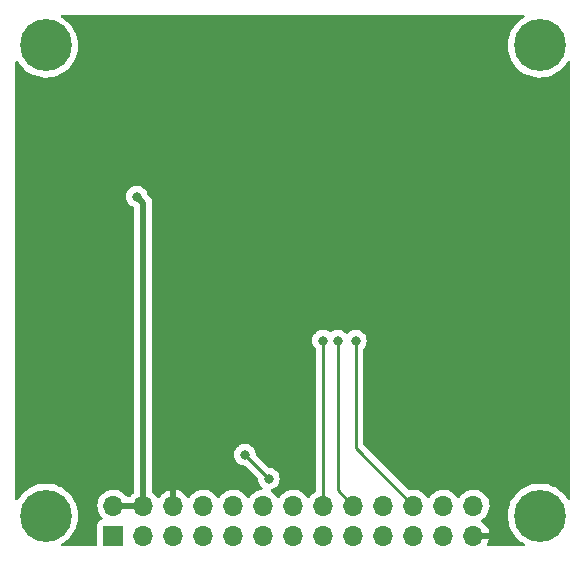
<source format=gbl>
G04 #@! TF.GenerationSoftware,KiCad,Pcbnew,6.0.11*
G04 #@! TF.CreationDate,2025-10-20T22:47:59+03:00*
G04 #@! TF.ProjectId,rns-gate,726e732d-6761-4746-952e-6b696361645f,rev?*
G04 #@! TF.SameCoordinates,Original*
G04 #@! TF.FileFunction,Copper,L2,Bot*
G04 #@! TF.FilePolarity,Positive*
%FSLAX46Y46*%
G04 Gerber Fmt 4.6, Leading zero omitted, Abs format (unit mm)*
G04 Created by KiCad (PCBNEW 6.0.11) date 2025-10-20 22:47:59*
%MOMM*%
%LPD*%
G01*
G04 APERTURE LIST*
G04 #@! TA.AperFunction,ComponentPad*
%ADD10R,1.700000X1.700000*%
G04 #@! TD*
G04 #@! TA.AperFunction,ComponentPad*
%ADD11O,1.700000X1.700000*%
G04 #@! TD*
G04 #@! TA.AperFunction,ComponentPad*
%ADD12C,0.700000*%
G04 #@! TD*
G04 #@! TA.AperFunction,ComponentPad*
%ADD13C,4.400000*%
G04 #@! TD*
G04 #@! TA.AperFunction,ViaPad*
%ADD14C,0.800000*%
G04 #@! TD*
G04 #@! TA.AperFunction,Conductor*
%ADD15C,0.500000*%
G04 #@! TD*
G04 #@! TA.AperFunction,Conductor*
%ADD16C,0.250000*%
G04 #@! TD*
G04 APERTURE END LIST*
D10*
G04 #@! TO.P,J2,1,Pin_1*
G04 #@! TO.N,unconnected-(J2-Pad1)*
X170708000Y-95410000D03*
D11*
G04 #@! TO.P,J2,2,Pin_2*
G04 #@! TO.N,+5V*
X170708000Y-92870000D03*
G04 #@! TO.P,J2,3,Pin_3*
G04 #@! TO.N,/DIO1*
X173248000Y-95410000D03*
G04 #@! TO.P,J2,4,Pin_4*
G04 #@! TO.N,+5V*
X173248000Y-92870000D03*
G04 #@! TO.P,J2,5,Pin_5*
G04 #@! TO.N,/BUSY*
X175788000Y-95410000D03*
G04 #@! TO.P,J2,6,Pin_6*
G04 #@! TO.N,GND*
X175788000Y-92870000D03*
G04 #@! TO.P,J2,7,Pin_7*
G04 #@! TO.N,/NRST*
X178328000Y-95410000D03*
G04 #@! TO.P,J2,8,Pin_8*
G04 #@! TO.N,unconnected-(J2-Pad8)*
X178328000Y-92870000D03*
G04 #@! TO.P,J2,9,Pin_9*
G04 #@! TO.N,unconnected-(J2-Pad9)*
X180868000Y-95410000D03*
G04 #@! TO.P,J2,10,Pin_10*
G04 #@! TO.N,unconnected-(J2-Pad10)*
X180868000Y-92870000D03*
G04 #@! TO.P,J2,11,Pin_11*
G04 #@! TO.N,unconnected-(J2-Pad11)*
X183408000Y-95410000D03*
G04 #@! TO.P,J2,12,Pin_12*
G04 #@! TO.N,unconnected-(J2-Pad12)*
X183408000Y-92870000D03*
G04 #@! TO.P,J2,13,Pin_13*
G04 #@! TO.N,unconnected-(J2-Pad13)*
X185948000Y-95410000D03*
G04 #@! TO.P,J2,14,Pin_14*
G04 #@! TO.N,unconnected-(J2-Pad14)*
X185948000Y-92870000D03*
G04 #@! TO.P,J2,15,Pin_15*
G04 #@! TO.N,unconnected-(J2-Pad15)*
X188488000Y-95410000D03*
G04 #@! TO.P,J2,16,Pin_16*
G04 #@! TO.N,/DIO2*
X188488000Y-92870000D03*
G04 #@! TO.P,J2,17,Pin_17*
G04 #@! TO.N,unconnected-(J2-Pad17)*
X191028000Y-95410000D03*
G04 #@! TO.P,J2,18,Pin_18*
G04 #@! TO.N,/TXEN*
X191028000Y-92870000D03*
G04 #@! TO.P,J2,19,Pin_19*
G04 #@! TO.N,/MOSI*
X193568000Y-95410000D03*
G04 #@! TO.P,J2,20,Pin_20*
G04 #@! TO.N,unconnected-(J2-Pad20)*
X193568000Y-92870000D03*
G04 #@! TO.P,J2,21,Pin_21*
G04 #@! TO.N,/MISO*
X196108000Y-95410000D03*
G04 #@! TO.P,J2,22,Pin_22*
G04 #@! TO.N,/RXEN*
X196108000Y-92870000D03*
G04 #@! TO.P,J2,23,Pin_23*
G04 #@! TO.N,/SCK*
X198648000Y-95410000D03*
G04 #@! TO.P,J2,24,Pin_24*
G04 #@! TO.N,/NSS*
X198648000Y-92870000D03*
G04 #@! TO.P,J2,25,Pin_25*
G04 #@! TO.N,GND*
X201188000Y-95410000D03*
G04 #@! TO.P,J2,26,Pin_26*
G04 #@! TO.N,unconnected-(J2-Pad26)*
X201188000Y-92870000D03*
G04 #@! TD*
D12*
G04 #@! TO.P,REF1,1*
G04 #@! TO.N,N/C*
X166166726Y-52743274D03*
X165000000Y-55560000D03*
D13*
X165000000Y-53910000D03*
D12*
X163833274Y-55076726D03*
X166650000Y-53910000D03*
X163350000Y-53910000D03*
X163833274Y-52743274D03*
X165000000Y-52260000D03*
X166166726Y-55076726D03*
G04 #@! TD*
G04 #@! TO.P,REF3,1*
G04 #@! TO.N,N/C*
X166166726Y-92543274D03*
X165000000Y-95360000D03*
X163350000Y-93710000D03*
X166166726Y-94876726D03*
X165000000Y-92060000D03*
X163833274Y-92543274D03*
X166650000Y-93710000D03*
X163833274Y-94876726D03*
D13*
X165000000Y-93710000D03*
G04 #@! TD*
D12*
G04 #@! TO.P,REF2,1*
G04 #@! TO.N,N/C*
X208450000Y-53910000D03*
X206800000Y-55560000D03*
X207966726Y-52743274D03*
X206800000Y-52260000D03*
D13*
X206800000Y-53910000D03*
D12*
X205150000Y-53910000D03*
X205633274Y-52743274D03*
X207966726Y-55076726D03*
X205633274Y-55076726D03*
G04 #@! TD*
G04 #@! TO.P,REF4,1*
G04 #@! TO.N,N/C*
X205633274Y-94876726D03*
X207966726Y-92543274D03*
X206800000Y-92060000D03*
X208450000Y-93710000D03*
X205150000Y-93710000D03*
X205633274Y-92543274D03*
X206800000Y-95360000D03*
D13*
X206800000Y-93710000D03*
D12*
X207966726Y-94876726D03*
G04 #@! TD*
D14*
G04 #@! TO.N,+5V*
X172692000Y-66700400D03*
G04 #@! TO.N,/MOSI*
X181836000Y-88544400D03*
X183868000Y-90576400D03*
G04 #@! TO.N,/RXEN*
X191234000Y-78892400D03*
G04 #@! TO.N,/TXEN*
X189710000Y-78892400D03*
G04 #@! TO.N,/DIO2*
X188440000Y-78892400D03*
G04 #@! TD*
D15*
G04 #@! TO.N,+5V*
X172692000Y-66700400D02*
X173248000Y-67256400D01*
X170708000Y-92870000D02*
X173248000Y-92870000D01*
X173248000Y-67256400D02*
X173248000Y-92870000D01*
D16*
G04 #@! TO.N,/MOSI*
X183868000Y-90576400D02*
X181836000Y-88544400D01*
G04 #@! TO.N,/RXEN*
X191234000Y-87996000D02*
X196108000Y-92870000D01*
X191234000Y-78892400D02*
X191234000Y-87996000D01*
G04 #@! TO.N,/TXEN*
X191028000Y-92870000D02*
X189710000Y-91552000D01*
X189710000Y-91552000D02*
X189710000Y-78892400D01*
G04 #@! TO.N,/DIO2*
X188488000Y-92870000D02*
X188488000Y-78940400D01*
X188488000Y-78940400D02*
X188440000Y-78892400D01*
G04 #@! TD*
G04 #@! TA.AperFunction,Conductor*
G04 #@! TO.N,GND*
G36*
X205468402Y-51338502D02*
G01*
X205514895Y-51392158D01*
X205524999Y-51462432D01*
X205495505Y-51527012D01*
X205464704Y-51552785D01*
X205278074Y-51663817D01*
X205278068Y-51663821D01*
X205274814Y-51665757D01*
X205016244Y-51865243D01*
X204783513Y-52094347D01*
X204781149Y-52097314D01*
X204781146Y-52097317D01*
X204764220Y-52118558D01*
X204579991Y-52349751D01*
X204408626Y-52627757D01*
X204271902Y-52924336D01*
X204270741Y-52927940D01*
X204270741Y-52927941D01*
X204262196Y-52954477D01*
X204171797Y-53235192D01*
X204171079Y-53238903D01*
X204171078Y-53238907D01*
X204110482Y-53552105D01*
X204110481Y-53552114D01*
X204109763Y-53555824D01*
X204086698Y-53881585D01*
X204102936Y-54207759D01*
X204103577Y-54211490D01*
X204103578Y-54211498D01*
X204118109Y-54296060D01*
X204158241Y-54529619D01*
X204251814Y-54842504D01*
X204382297Y-55141881D01*
X204384220Y-55145152D01*
X204384222Y-55145156D01*
X204424680Y-55213977D01*
X204547802Y-55423414D01*
X204550103Y-55426429D01*
X204743631Y-55680012D01*
X204743636Y-55680017D01*
X204745931Y-55683025D01*
X204973814Y-55916953D01*
X205046635Y-55975607D01*
X205225196Y-56119431D01*
X205225201Y-56119435D01*
X205228149Y-56121809D01*
X205505253Y-56294627D01*
X205801112Y-56432903D01*
X206111440Y-56534634D01*
X206431742Y-56598346D01*
X206435514Y-56598633D01*
X206435522Y-56598634D01*
X206753602Y-56622829D01*
X206753607Y-56622829D01*
X206757379Y-56623116D01*
X207083633Y-56608586D01*
X207143425Y-56598634D01*
X207402037Y-56555590D01*
X207402042Y-56555589D01*
X207405778Y-56554967D01*
X207719149Y-56463034D01*
X207722616Y-56461544D01*
X207722620Y-56461543D01*
X208015721Y-56335616D01*
X208015723Y-56335615D01*
X208019205Y-56334119D01*
X208301601Y-56170091D01*
X208562245Y-55973324D01*
X208797363Y-55746670D01*
X209003549Y-55493410D01*
X209158938Y-55247133D01*
X209212205Y-55200194D01*
X209282392Y-55189505D01*
X209347216Y-55218459D01*
X209386096Y-55277864D01*
X209391500Y-55314368D01*
X209391500Y-92309620D01*
X209371498Y-92377741D01*
X209317842Y-92424234D01*
X209247568Y-92434338D01*
X209182988Y-92404844D01*
X209157554Y-92374609D01*
X209070847Y-92230590D01*
X209036226Y-92173084D01*
X209033899Y-92170100D01*
X209033894Y-92170093D01*
X208837726Y-91918558D01*
X208837724Y-91918556D01*
X208835390Y-91915563D01*
X208605070Y-91684034D01*
X208348603Y-91481852D01*
X208069705Y-91311945D01*
X208066261Y-91310379D01*
X208066257Y-91310377D01*
X207934245Y-91250355D01*
X207772414Y-91176775D01*
X207461037Y-91078300D01*
X207243492Y-91037390D01*
X207143809Y-91018645D01*
X207143807Y-91018645D01*
X207140086Y-91017945D01*
X206814208Y-90996586D01*
X206810428Y-90996794D01*
X206810427Y-90996794D01*
X206712897Y-91002162D01*
X206488124Y-91014532D01*
X206484397Y-91015193D01*
X206484393Y-91015193D01*
X206327341Y-91043027D01*
X206166557Y-91071522D01*
X206162941Y-91072624D01*
X206162933Y-91072626D01*
X205857789Y-91165627D01*
X205854167Y-91166731D01*
X205555477Y-91298781D01*
X205471051Y-91349009D01*
X205278074Y-91463817D01*
X205278068Y-91463821D01*
X205274814Y-91465757D01*
X205271812Y-91468073D01*
X205080400Y-91615747D01*
X205016244Y-91665243D01*
X204783513Y-91894347D01*
X204781149Y-91897314D01*
X204781146Y-91897317D01*
X204665366Y-92042612D01*
X204579991Y-92149751D01*
X204408626Y-92427757D01*
X204407037Y-92431204D01*
X204305009Y-92652522D01*
X204271902Y-92724336D01*
X204270741Y-92727940D01*
X204270741Y-92727941D01*
X204262196Y-92754477D01*
X204171797Y-93035192D01*
X204171079Y-93038903D01*
X204171078Y-93038907D01*
X204110482Y-93352105D01*
X204110481Y-93352114D01*
X204109763Y-93355824D01*
X204109496Y-93359600D01*
X204109495Y-93359605D01*
X204087469Y-93670689D01*
X204086698Y-93681585D01*
X204090069Y-93749292D01*
X204101994Y-93988831D01*
X204102936Y-94007759D01*
X204103577Y-94011490D01*
X204103578Y-94011498D01*
X204156881Y-94321703D01*
X204158241Y-94329619D01*
X204159329Y-94333258D01*
X204159330Y-94333261D01*
X204231464Y-94574457D01*
X204251814Y-94642504D01*
X204253327Y-94645975D01*
X204253329Y-94645981D01*
X204305570Y-94765840D01*
X204382297Y-94941881D01*
X204384220Y-94945152D01*
X204384222Y-94945156D01*
X204426584Y-95017215D01*
X204547802Y-95223414D01*
X204550103Y-95226429D01*
X204743631Y-95480012D01*
X204743636Y-95480017D01*
X204745931Y-95483025D01*
X204973814Y-95716953D01*
X205046635Y-95775607D01*
X205225196Y-95919431D01*
X205225201Y-95919435D01*
X205228149Y-95921809D01*
X205308623Y-95971997D01*
X205463501Y-96068588D01*
X205510717Y-96121608D01*
X205521773Y-96191738D01*
X205493159Y-96256713D01*
X205433959Y-96295903D01*
X205396824Y-96301500D01*
X202464260Y-96301500D01*
X202396139Y-96281498D01*
X202349646Y-96227842D01*
X202339542Y-96157568D01*
X202356256Y-96110607D01*
X202358313Y-96107183D01*
X202452670Y-95916267D01*
X202456469Y-95906672D01*
X202518377Y-95702910D01*
X202520555Y-95692837D01*
X202521986Y-95681962D01*
X202519775Y-95667778D01*
X202506617Y-95664000D01*
X201060000Y-95664000D01*
X200991879Y-95643998D01*
X200945386Y-95590342D01*
X200934000Y-95538000D01*
X200934000Y-95282000D01*
X200954002Y-95213879D01*
X201007658Y-95167386D01*
X201060000Y-95156000D01*
X202506344Y-95156000D01*
X202519875Y-95152027D01*
X202521180Y-95142947D01*
X202479214Y-94975875D01*
X202475894Y-94966124D01*
X202390972Y-94770814D01*
X202386105Y-94761739D01*
X202270426Y-94582926D01*
X202264136Y-94574757D01*
X202120806Y-94417240D01*
X202113273Y-94410215D01*
X201946139Y-94278222D01*
X201937556Y-94272520D01*
X201900602Y-94252120D01*
X201850631Y-94201687D01*
X201835859Y-94132245D01*
X201860975Y-94065839D01*
X201888327Y-94039232D01*
X201937764Y-94003969D01*
X202067860Y-93911173D01*
X202226096Y-93753489D01*
X202248327Y-93722552D01*
X202353435Y-93576277D01*
X202356453Y-93572077D01*
X202369995Y-93544678D01*
X202453136Y-93376453D01*
X202453137Y-93376451D01*
X202455430Y-93371811D01*
X202520370Y-93158069D01*
X202549529Y-92936590D01*
X202551156Y-92870000D01*
X202532852Y-92647361D01*
X202478431Y-92430702D01*
X202389354Y-92225840D01*
X202315384Y-92111500D01*
X202270822Y-92042617D01*
X202270818Y-92042612D01*
X202268014Y-92038277D01*
X202117670Y-91873051D01*
X202113619Y-91869852D01*
X202113615Y-91869848D01*
X201946414Y-91737800D01*
X201946410Y-91737798D01*
X201942359Y-91734598D01*
X201906028Y-91714542D01*
X201850762Y-91684034D01*
X201746789Y-91626638D01*
X201741920Y-91624914D01*
X201741916Y-91624912D01*
X201541087Y-91553795D01*
X201541083Y-91553794D01*
X201536212Y-91552069D01*
X201531119Y-91551162D01*
X201531116Y-91551161D01*
X201321373Y-91513800D01*
X201321367Y-91513799D01*
X201316284Y-91512894D01*
X201242452Y-91511992D01*
X201098081Y-91510228D01*
X201098079Y-91510228D01*
X201092911Y-91510165D01*
X200872091Y-91543955D01*
X200659756Y-91613357D01*
X200461607Y-91716507D01*
X200457474Y-91719610D01*
X200457471Y-91719612D01*
X200432685Y-91738222D01*
X200282965Y-91850635D01*
X200128629Y-92012138D01*
X200021201Y-92169621D01*
X199966293Y-92214621D01*
X199895768Y-92222792D01*
X199832021Y-92191538D01*
X199811324Y-92167054D01*
X199730822Y-92042617D01*
X199730818Y-92042612D01*
X199728014Y-92038277D01*
X199577670Y-91873051D01*
X199573619Y-91869852D01*
X199573615Y-91869848D01*
X199406414Y-91737800D01*
X199406410Y-91737798D01*
X199402359Y-91734598D01*
X199366028Y-91714542D01*
X199310762Y-91684034D01*
X199206789Y-91626638D01*
X199201920Y-91624914D01*
X199201916Y-91624912D01*
X199001087Y-91553795D01*
X199001083Y-91553794D01*
X198996212Y-91552069D01*
X198991119Y-91551162D01*
X198991116Y-91551161D01*
X198781373Y-91513800D01*
X198781367Y-91513799D01*
X198776284Y-91512894D01*
X198702452Y-91511992D01*
X198558081Y-91510228D01*
X198558079Y-91510228D01*
X198552911Y-91510165D01*
X198332091Y-91543955D01*
X198119756Y-91613357D01*
X197921607Y-91716507D01*
X197917474Y-91719610D01*
X197917471Y-91719612D01*
X197892685Y-91738222D01*
X197742965Y-91850635D01*
X197588629Y-92012138D01*
X197481201Y-92169621D01*
X197426293Y-92214621D01*
X197355768Y-92222792D01*
X197292021Y-92191538D01*
X197271324Y-92167054D01*
X197190822Y-92042617D01*
X197190818Y-92042612D01*
X197188014Y-92038277D01*
X197037670Y-91873051D01*
X197033619Y-91869852D01*
X197033615Y-91869848D01*
X196866414Y-91737800D01*
X196866410Y-91737798D01*
X196862359Y-91734598D01*
X196826028Y-91714542D01*
X196770762Y-91684034D01*
X196666789Y-91626638D01*
X196661920Y-91624914D01*
X196661916Y-91624912D01*
X196461087Y-91553795D01*
X196461083Y-91553794D01*
X196456212Y-91552069D01*
X196451119Y-91551162D01*
X196451116Y-91551161D01*
X196241373Y-91513800D01*
X196241367Y-91513799D01*
X196236284Y-91512894D01*
X196162452Y-91511992D01*
X196018081Y-91510228D01*
X196018079Y-91510228D01*
X196012911Y-91510165D01*
X195792091Y-91543955D01*
X195779532Y-91548060D01*
X195708568Y-91550210D01*
X195651294Y-91517389D01*
X191904405Y-87770500D01*
X191870379Y-87708188D01*
X191867500Y-87681405D01*
X191867500Y-79594924D01*
X191887502Y-79526803D01*
X191899858Y-79510621D01*
X191973040Y-79429344D01*
X192068527Y-79263956D01*
X192127542Y-79082328D01*
X192147504Y-78892400D01*
X192127542Y-78702472D01*
X192068527Y-78520844D01*
X191973040Y-78355456D01*
X191934678Y-78312850D01*
X191849675Y-78218445D01*
X191849671Y-78218441D01*
X191845253Y-78213534D01*
X191690752Y-78101282D01*
X191684724Y-78098598D01*
X191684722Y-78098597D01*
X191522319Y-78026291D01*
X191522318Y-78026291D01*
X191516288Y-78023606D01*
X191422887Y-78003753D01*
X191335944Y-77985272D01*
X191335939Y-77985272D01*
X191329487Y-77983900D01*
X191138513Y-77983900D01*
X191132061Y-77985272D01*
X191132056Y-77985272D01*
X191045113Y-78003753D01*
X190951712Y-78023606D01*
X190945682Y-78026291D01*
X190945681Y-78026291D01*
X190783278Y-78098597D01*
X190783276Y-78098598D01*
X190777248Y-78101282D01*
X190622747Y-78213534D01*
X190565635Y-78276964D01*
X190505190Y-78314202D01*
X190434206Y-78312850D01*
X190378366Y-78276964D01*
X190321253Y-78213534D01*
X190166752Y-78101282D01*
X190160724Y-78098598D01*
X190160722Y-78098597D01*
X189998319Y-78026291D01*
X189998318Y-78026291D01*
X189992288Y-78023606D01*
X189898887Y-78003753D01*
X189811944Y-77985272D01*
X189811939Y-77985272D01*
X189805487Y-77983900D01*
X189614513Y-77983900D01*
X189608061Y-77985272D01*
X189608056Y-77985272D01*
X189521113Y-78003753D01*
X189427712Y-78023606D01*
X189421682Y-78026291D01*
X189421681Y-78026291D01*
X189259278Y-78098597D01*
X189259276Y-78098598D01*
X189253248Y-78101282D01*
X189149060Y-78176979D01*
X189082194Y-78200837D01*
X189013042Y-78184757D01*
X189000944Y-78176982D01*
X188896752Y-78101282D01*
X188890724Y-78098598D01*
X188890722Y-78098597D01*
X188728319Y-78026291D01*
X188728318Y-78026291D01*
X188722288Y-78023606D01*
X188628887Y-78003753D01*
X188541944Y-77985272D01*
X188541939Y-77985272D01*
X188535487Y-77983900D01*
X188344513Y-77983900D01*
X188338061Y-77985272D01*
X188338056Y-77985272D01*
X188251113Y-78003753D01*
X188157712Y-78023606D01*
X188151682Y-78026291D01*
X188151681Y-78026291D01*
X187989278Y-78098597D01*
X187989276Y-78098598D01*
X187983248Y-78101282D01*
X187828747Y-78213534D01*
X187824329Y-78218441D01*
X187824325Y-78218445D01*
X187739323Y-78312850D01*
X187700960Y-78355456D01*
X187605473Y-78520844D01*
X187546458Y-78702472D01*
X187526496Y-78892400D01*
X187546458Y-79082328D01*
X187605473Y-79263956D01*
X187700960Y-79429344D01*
X187705375Y-79434247D01*
X187705379Y-79434252D01*
X187822136Y-79563924D01*
X187852854Y-79627931D01*
X187854500Y-79648234D01*
X187854500Y-91591692D01*
X187834498Y-91659813D01*
X187786683Y-91703453D01*
X187761607Y-91716507D01*
X187757474Y-91719610D01*
X187757471Y-91719612D01*
X187732685Y-91738222D01*
X187582965Y-91850635D01*
X187428629Y-92012138D01*
X187321201Y-92169621D01*
X187266293Y-92214621D01*
X187195768Y-92222792D01*
X187132021Y-92191538D01*
X187111324Y-92167054D01*
X187030822Y-92042617D01*
X187030818Y-92042612D01*
X187028014Y-92038277D01*
X186877670Y-91873051D01*
X186873619Y-91869852D01*
X186873615Y-91869848D01*
X186706414Y-91737800D01*
X186706410Y-91737798D01*
X186702359Y-91734598D01*
X186666028Y-91714542D01*
X186610762Y-91684034D01*
X186506789Y-91626638D01*
X186501920Y-91624914D01*
X186501916Y-91624912D01*
X186301087Y-91553795D01*
X186301083Y-91553794D01*
X186296212Y-91552069D01*
X186291119Y-91551162D01*
X186291116Y-91551161D01*
X186081373Y-91513800D01*
X186081367Y-91513799D01*
X186076284Y-91512894D01*
X186002452Y-91511992D01*
X185858081Y-91510228D01*
X185858079Y-91510228D01*
X185852911Y-91510165D01*
X185632091Y-91543955D01*
X185419756Y-91613357D01*
X185221607Y-91716507D01*
X185217474Y-91719610D01*
X185217471Y-91719612D01*
X185192685Y-91738222D01*
X185042965Y-91850635D01*
X184888629Y-92012138D01*
X184781201Y-92169621D01*
X184726293Y-92214621D01*
X184655768Y-92222792D01*
X184592021Y-92191538D01*
X184571324Y-92167054D01*
X184490822Y-92042617D01*
X184490818Y-92042612D01*
X184488014Y-92038277D01*
X184337670Y-91873051D01*
X184333619Y-91869852D01*
X184333615Y-91869848D01*
X184166414Y-91737800D01*
X184166410Y-91737798D01*
X184162359Y-91734598D01*
X184126028Y-91714542D01*
X184076314Y-91687099D01*
X184026343Y-91636666D01*
X184011571Y-91567224D01*
X184036687Y-91500818D01*
X184093718Y-91458533D01*
X184111010Y-91453544D01*
X184143822Y-91446569D01*
X184143827Y-91446567D01*
X184150288Y-91445194D01*
X184156319Y-91442509D01*
X184318722Y-91370203D01*
X184318724Y-91370202D01*
X184324752Y-91367518D01*
X184350228Y-91349009D01*
X184401241Y-91311945D01*
X184479253Y-91255266D01*
X184607040Y-91113344D01*
X184702527Y-90947956D01*
X184761542Y-90766328D01*
X184781504Y-90576400D01*
X184761542Y-90386472D01*
X184702527Y-90204844D01*
X184607040Y-90039456D01*
X184479253Y-89897534D01*
X184324752Y-89785282D01*
X184318724Y-89782598D01*
X184318722Y-89782597D01*
X184156319Y-89710291D01*
X184156318Y-89710291D01*
X184150288Y-89707606D01*
X184056887Y-89687753D01*
X183969944Y-89669272D01*
X183969939Y-89669272D01*
X183963487Y-89667900D01*
X183907594Y-89667900D01*
X183839473Y-89647898D01*
X183818499Y-89630995D01*
X182783122Y-88595617D01*
X182749096Y-88533305D01*
X182746907Y-88519692D01*
X182741610Y-88469288D01*
X182729542Y-88354472D01*
X182670527Y-88172844D01*
X182664365Y-88162170D01*
X182593746Y-88039856D01*
X182575040Y-88007456D01*
X182517757Y-87943836D01*
X182451675Y-87870445D01*
X182451674Y-87870444D01*
X182447253Y-87865534D01*
X182348157Y-87793536D01*
X182298094Y-87757163D01*
X182298093Y-87757162D01*
X182292752Y-87753282D01*
X182286724Y-87750598D01*
X182286722Y-87750597D01*
X182124319Y-87678291D01*
X182124318Y-87678291D01*
X182118288Y-87675606D01*
X182024888Y-87655753D01*
X181937944Y-87637272D01*
X181937939Y-87637272D01*
X181931487Y-87635900D01*
X181740513Y-87635900D01*
X181734061Y-87637272D01*
X181734056Y-87637272D01*
X181647112Y-87655753D01*
X181553712Y-87675606D01*
X181547682Y-87678291D01*
X181547681Y-87678291D01*
X181385278Y-87750597D01*
X181385276Y-87750598D01*
X181379248Y-87753282D01*
X181373907Y-87757162D01*
X181373906Y-87757163D01*
X181323843Y-87793536D01*
X181224747Y-87865534D01*
X181220326Y-87870444D01*
X181220325Y-87870445D01*
X181154244Y-87943836D01*
X181096960Y-88007456D01*
X181078254Y-88039856D01*
X181007636Y-88162170D01*
X181001473Y-88172844D01*
X180942458Y-88354472D01*
X180922496Y-88544400D01*
X180942458Y-88734328D01*
X181001473Y-88915956D01*
X181096960Y-89081344D01*
X181224747Y-89223266D01*
X181379248Y-89335518D01*
X181385276Y-89338202D01*
X181385278Y-89338203D01*
X181547681Y-89410509D01*
X181553712Y-89413194D01*
X181647113Y-89433047D01*
X181734056Y-89451528D01*
X181734061Y-89451528D01*
X181740513Y-89452900D01*
X181796406Y-89452900D01*
X181864527Y-89472902D01*
X181885501Y-89489805D01*
X182920878Y-90525183D01*
X182954904Y-90587495D01*
X182957093Y-90601106D01*
X182974458Y-90766328D01*
X183033473Y-90947956D01*
X183128960Y-91113344D01*
X183256747Y-91255266D01*
X183269027Y-91264188D01*
X183308390Y-91292787D01*
X183351744Y-91349009D01*
X183357819Y-91419746D01*
X183324687Y-91482537D01*
X183262867Y-91517449D01*
X183253388Y-91519273D01*
X183193853Y-91528383D01*
X183092091Y-91543955D01*
X182879756Y-91613357D01*
X182681607Y-91716507D01*
X182677474Y-91719610D01*
X182677471Y-91719612D01*
X182652685Y-91738222D01*
X182502965Y-91850635D01*
X182348629Y-92012138D01*
X182241201Y-92169621D01*
X182186293Y-92214621D01*
X182115768Y-92222792D01*
X182052021Y-92191538D01*
X182031324Y-92167054D01*
X181950822Y-92042617D01*
X181950818Y-92042612D01*
X181948014Y-92038277D01*
X181797670Y-91873051D01*
X181793619Y-91869852D01*
X181793615Y-91869848D01*
X181626414Y-91737800D01*
X181626410Y-91737798D01*
X181622359Y-91734598D01*
X181586028Y-91714542D01*
X181530762Y-91684034D01*
X181426789Y-91626638D01*
X181421920Y-91624914D01*
X181421916Y-91624912D01*
X181221087Y-91553795D01*
X181221083Y-91553794D01*
X181216212Y-91552069D01*
X181211119Y-91551162D01*
X181211116Y-91551161D01*
X181001373Y-91513800D01*
X181001367Y-91513799D01*
X180996284Y-91512894D01*
X180922452Y-91511992D01*
X180778081Y-91510228D01*
X180778079Y-91510228D01*
X180772911Y-91510165D01*
X180552091Y-91543955D01*
X180339756Y-91613357D01*
X180141607Y-91716507D01*
X180137474Y-91719610D01*
X180137471Y-91719612D01*
X180112685Y-91738222D01*
X179962965Y-91850635D01*
X179808629Y-92012138D01*
X179701201Y-92169621D01*
X179646293Y-92214621D01*
X179575768Y-92222792D01*
X179512021Y-92191538D01*
X179491324Y-92167054D01*
X179410822Y-92042617D01*
X179410818Y-92042612D01*
X179408014Y-92038277D01*
X179257670Y-91873051D01*
X179253619Y-91869852D01*
X179253615Y-91869848D01*
X179086414Y-91737800D01*
X179086410Y-91737798D01*
X179082359Y-91734598D01*
X179046028Y-91714542D01*
X178990762Y-91684034D01*
X178886789Y-91626638D01*
X178881920Y-91624914D01*
X178881916Y-91624912D01*
X178681087Y-91553795D01*
X178681083Y-91553794D01*
X178676212Y-91552069D01*
X178671119Y-91551162D01*
X178671116Y-91551161D01*
X178461373Y-91513800D01*
X178461367Y-91513799D01*
X178456284Y-91512894D01*
X178382452Y-91511992D01*
X178238081Y-91510228D01*
X178238079Y-91510228D01*
X178232911Y-91510165D01*
X178012091Y-91543955D01*
X177799756Y-91613357D01*
X177601607Y-91716507D01*
X177597474Y-91719610D01*
X177597471Y-91719612D01*
X177572685Y-91738222D01*
X177422965Y-91850635D01*
X177268629Y-92012138D01*
X177265720Y-92016403D01*
X177265714Y-92016411D01*
X177214493Y-92091498D01*
X177161204Y-92169618D01*
X177160898Y-92170066D01*
X177105987Y-92215069D01*
X177035462Y-92223240D01*
X176971715Y-92191986D01*
X176951018Y-92167502D01*
X176870426Y-92042926D01*
X176864136Y-92034757D01*
X176720806Y-91877240D01*
X176713273Y-91870215D01*
X176546139Y-91738222D01*
X176537552Y-91732517D01*
X176351117Y-91629599D01*
X176341705Y-91625369D01*
X176140959Y-91554280D01*
X176130988Y-91551646D01*
X176059837Y-91538972D01*
X176046540Y-91540432D01*
X176042000Y-91554989D01*
X176042000Y-92998000D01*
X176021998Y-93066121D01*
X175968342Y-93112614D01*
X175916000Y-93124000D01*
X175660000Y-93124000D01*
X175591879Y-93103998D01*
X175545386Y-93050342D01*
X175534000Y-92998000D01*
X175534000Y-91553102D01*
X175530082Y-91539758D01*
X175515806Y-91537771D01*
X175477324Y-91543660D01*
X175467288Y-91546051D01*
X175264868Y-91612212D01*
X175255359Y-91616209D01*
X175066463Y-91714542D01*
X175057738Y-91720036D01*
X174887433Y-91847905D01*
X174879726Y-91854748D01*
X174732590Y-92008717D01*
X174726109Y-92016722D01*
X174621498Y-92170074D01*
X174566587Y-92215076D01*
X174496062Y-92223247D01*
X174432315Y-92191993D01*
X174411618Y-92167509D01*
X174330822Y-92042617D01*
X174330818Y-92042612D01*
X174328014Y-92038277D01*
X174177670Y-91873051D01*
X174173615Y-91869848D01*
X174054407Y-91775703D01*
X174013345Y-91717785D01*
X174006500Y-91676821D01*
X174006500Y-67323470D01*
X174007933Y-67304520D01*
X174010099Y-67290285D01*
X174010099Y-67290281D01*
X174011199Y-67283051D01*
X174007881Y-67242252D01*
X174006915Y-67230382D01*
X174006500Y-67220167D01*
X174006500Y-67212107D01*
X174003209Y-67183880D01*
X174002778Y-67179521D01*
X173997453Y-67114060D01*
X173996860Y-67106764D01*
X173994605Y-67099803D01*
X173993418Y-67093863D01*
X173992029Y-67087988D01*
X173991182Y-67080719D01*
X173966264Y-67012070D01*
X173964847Y-67007942D01*
X173944607Y-66945464D01*
X173944606Y-66945462D01*
X173942351Y-66938501D01*
X173938555Y-66932246D01*
X173936049Y-66926772D01*
X173933330Y-66921342D01*
X173930833Y-66914463D01*
X173926820Y-66908342D01*
X173890814Y-66853424D01*
X173888467Y-66849705D01*
X173850595Y-66787293D01*
X173843197Y-66778916D01*
X173843224Y-66778892D01*
X173840571Y-66775900D01*
X173837868Y-66772667D01*
X173833856Y-66766548D01*
X173777617Y-66713272D01*
X173775175Y-66710894D01*
X173612125Y-66547844D01*
X173581387Y-66497685D01*
X173528569Y-66335129D01*
X173526527Y-66328844D01*
X173431040Y-66163456D01*
X173303253Y-66021534D01*
X173148752Y-65909282D01*
X173142724Y-65906598D01*
X173142722Y-65906597D01*
X172980319Y-65834291D01*
X172980318Y-65834291D01*
X172974288Y-65831606D01*
X172880888Y-65811753D01*
X172793944Y-65793272D01*
X172793939Y-65793272D01*
X172787487Y-65791900D01*
X172596513Y-65791900D01*
X172590061Y-65793272D01*
X172590056Y-65793272D01*
X172503112Y-65811753D01*
X172409712Y-65831606D01*
X172403682Y-65834291D01*
X172403681Y-65834291D01*
X172241278Y-65906597D01*
X172241276Y-65906598D01*
X172235248Y-65909282D01*
X172080747Y-66021534D01*
X171952960Y-66163456D01*
X171857473Y-66328844D01*
X171798458Y-66510472D01*
X171778496Y-66700400D01*
X171798458Y-66890328D01*
X171857473Y-67071956D01*
X171952960Y-67237344D01*
X172080747Y-67379266D01*
X172235248Y-67491518D01*
X172241276Y-67494202D01*
X172241278Y-67494203D01*
X172409712Y-67569194D01*
X172409069Y-67570639D01*
X172461047Y-67606185D01*
X172488680Y-67671584D01*
X172489500Y-67685938D01*
X172489500Y-91677655D01*
X172469498Y-91745776D01*
X172439153Y-91778415D01*
X172347100Y-91847530D01*
X172342965Y-91850635D01*
X172188629Y-92012138D01*
X172158363Y-92056507D01*
X172103455Y-92101507D01*
X172054277Y-92111500D01*
X171903939Y-92111500D01*
X171835818Y-92091498D01*
X171798147Y-92053941D01*
X171791022Y-92042926D01*
X171788014Y-92038277D01*
X171637670Y-91873051D01*
X171633619Y-91869852D01*
X171633615Y-91869848D01*
X171466414Y-91737800D01*
X171466410Y-91737798D01*
X171462359Y-91734598D01*
X171426028Y-91714542D01*
X171370762Y-91684034D01*
X171266789Y-91626638D01*
X171261920Y-91624914D01*
X171261916Y-91624912D01*
X171061087Y-91553795D01*
X171061083Y-91553794D01*
X171056212Y-91552069D01*
X171051119Y-91551162D01*
X171051116Y-91551161D01*
X170841373Y-91513800D01*
X170841367Y-91513799D01*
X170836284Y-91512894D01*
X170762452Y-91511992D01*
X170618081Y-91510228D01*
X170618079Y-91510228D01*
X170612911Y-91510165D01*
X170392091Y-91543955D01*
X170179756Y-91613357D01*
X169981607Y-91716507D01*
X169977474Y-91719610D01*
X169977471Y-91719612D01*
X169952685Y-91738222D01*
X169802965Y-91850635D01*
X169648629Y-92012138D01*
X169645720Y-92016403D01*
X169645714Y-92016411D01*
X169594493Y-92091498D01*
X169522743Y-92196680D01*
X169507003Y-92230590D01*
X169438698Y-92377741D01*
X169428688Y-92399305D01*
X169368989Y-92614570D01*
X169345251Y-92836695D01*
X169345548Y-92841848D01*
X169345548Y-92841851D01*
X169351011Y-92936590D01*
X169358110Y-93059715D01*
X169359247Y-93064761D01*
X169359248Y-93064767D01*
X169370031Y-93112614D01*
X169407222Y-93277639D01*
X169491266Y-93484616D01*
X169542019Y-93567438D01*
X169605291Y-93670688D01*
X169607987Y-93675088D01*
X169754250Y-93843938D01*
X169758230Y-93847242D01*
X169762981Y-93851187D01*
X169802616Y-93910090D01*
X169804113Y-93981071D01*
X169766997Y-94041593D01*
X169726725Y-94066112D01*
X169657485Y-94092069D01*
X169611295Y-94109385D01*
X169494739Y-94196739D01*
X169407385Y-94313295D01*
X169356255Y-94449684D01*
X169349500Y-94511866D01*
X169349500Y-96175500D01*
X169329498Y-96243621D01*
X169275842Y-96290114D01*
X169223500Y-96301500D01*
X166398826Y-96301500D01*
X166330705Y-96281498D01*
X166284212Y-96227842D01*
X166274108Y-96157568D01*
X166303602Y-96092988D01*
X166335541Y-96066546D01*
X166407729Y-96024616D01*
X166501601Y-95970091D01*
X166762245Y-95773324D01*
X166879804Y-95659997D01*
X166994632Y-95549303D01*
X166994635Y-95549300D01*
X166997363Y-95546670D01*
X167203549Y-95293410D01*
X167377815Y-95017215D01*
X167397401Y-94975875D01*
X167500264Y-94758756D01*
X167517638Y-94722084D01*
X167522501Y-94707509D01*
X167619790Y-94415897D01*
X167619792Y-94415891D01*
X167620992Y-94412293D01*
X167686381Y-94092329D01*
X167687063Y-94083955D01*
X167704798Y-93865899D01*
X167712856Y-93766826D01*
X167713451Y-93710000D01*
X167711582Y-93678990D01*
X167694026Y-93387793D01*
X167694026Y-93387789D01*
X167693798Y-93384015D01*
X167691570Y-93371811D01*
X167635805Y-93066473D01*
X167635804Y-93066469D01*
X167635125Y-93062751D01*
X167627722Y-93038907D01*
X167539404Y-92754477D01*
X167538282Y-92750863D01*
X167404670Y-92452869D01*
X167236226Y-92173084D01*
X167233899Y-92170100D01*
X167233894Y-92170093D01*
X167037726Y-91918558D01*
X167037724Y-91918556D01*
X167035390Y-91915563D01*
X166805070Y-91684034D01*
X166548603Y-91481852D01*
X166269705Y-91311945D01*
X166266261Y-91310379D01*
X166266257Y-91310377D01*
X166134245Y-91250355D01*
X165972414Y-91176775D01*
X165661037Y-91078300D01*
X165443492Y-91037390D01*
X165343809Y-91018645D01*
X165343807Y-91018645D01*
X165340086Y-91017945D01*
X165014208Y-90996586D01*
X165010428Y-90996794D01*
X165010427Y-90996794D01*
X164912897Y-91002162D01*
X164688124Y-91014532D01*
X164684397Y-91015193D01*
X164684393Y-91015193D01*
X164527341Y-91043027D01*
X164366557Y-91071522D01*
X164362941Y-91072624D01*
X164362933Y-91072626D01*
X164057789Y-91165627D01*
X164054167Y-91166731D01*
X163755477Y-91298781D01*
X163671051Y-91349009D01*
X163478074Y-91463817D01*
X163478068Y-91463821D01*
X163474814Y-91465757D01*
X163471812Y-91468073D01*
X163280400Y-91615747D01*
X163216244Y-91665243D01*
X162983513Y-91894347D01*
X162981149Y-91897314D01*
X162981146Y-91897317D01*
X162865366Y-92042612D01*
X162779991Y-92149751D01*
X162739729Y-92215069D01*
X162641760Y-92374004D01*
X162588988Y-92421497D01*
X162518916Y-92432921D01*
X162453793Y-92404647D01*
X162414293Y-92345653D01*
X162408500Y-92307888D01*
X162408500Y-55309201D01*
X162428502Y-55241080D01*
X162482158Y-55194587D01*
X162552432Y-55184483D01*
X162617012Y-55213977D01*
X162643121Y-55245346D01*
X162747802Y-55423414D01*
X162750103Y-55426429D01*
X162943631Y-55680012D01*
X162943636Y-55680017D01*
X162945931Y-55683025D01*
X163173814Y-55916953D01*
X163246635Y-55975607D01*
X163425196Y-56119431D01*
X163425201Y-56119435D01*
X163428149Y-56121809D01*
X163705253Y-56294627D01*
X164001112Y-56432903D01*
X164311440Y-56534634D01*
X164631742Y-56598346D01*
X164635514Y-56598633D01*
X164635522Y-56598634D01*
X164953602Y-56622829D01*
X164953607Y-56622829D01*
X164957379Y-56623116D01*
X165283633Y-56608586D01*
X165343425Y-56598634D01*
X165602037Y-56555590D01*
X165602042Y-56555589D01*
X165605778Y-56554967D01*
X165919149Y-56463034D01*
X165922616Y-56461544D01*
X165922620Y-56461543D01*
X166215721Y-56335616D01*
X166215723Y-56335615D01*
X166219205Y-56334119D01*
X166501601Y-56170091D01*
X166762245Y-55973324D01*
X166997363Y-55746670D01*
X167203549Y-55493410D01*
X167319776Y-55309201D01*
X167375788Y-55220428D01*
X167375790Y-55220425D01*
X167377815Y-55217215D01*
X167388536Y-55194587D01*
X167516009Y-54925522D01*
X167517638Y-54922084D01*
X167544188Y-54842504D01*
X167619790Y-54615897D01*
X167619792Y-54615891D01*
X167620992Y-54612293D01*
X167686381Y-54292329D01*
X167692956Y-54211498D01*
X167712674Y-53969061D01*
X167712856Y-53966826D01*
X167713451Y-53910000D01*
X167711510Y-53877796D01*
X167694026Y-53587793D01*
X167694026Y-53587789D01*
X167693798Y-53584015D01*
X167688660Y-53555879D01*
X167635805Y-53266473D01*
X167635804Y-53266469D01*
X167635125Y-53262751D01*
X167627722Y-53238907D01*
X167539404Y-52954477D01*
X167538282Y-52950863D01*
X167404670Y-52652869D01*
X167236226Y-52373084D01*
X167233899Y-52370100D01*
X167233894Y-52370093D01*
X167037726Y-52118558D01*
X167037724Y-52118556D01*
X167035390Y-52115563D01*
X166805070Y-51884034D01*
X166548603Y-51681852D01*
X166545378Y-51679887D01*
X166545366Y-51679879D01*
X166335627Y-51552104D01*
X166287858Y-51499582D01*
X166276069Y-51429571D01*
X166304001Y-51364300D01*
X166362787Y-51324492D01*
X166401181Y-51318500D01*
X205400281Y-51318500D01*
X205468402Y-51338502D01*
G37*
G04 #@! TD.AperFunction*
G04 #@! TD*
M02*

</source>
